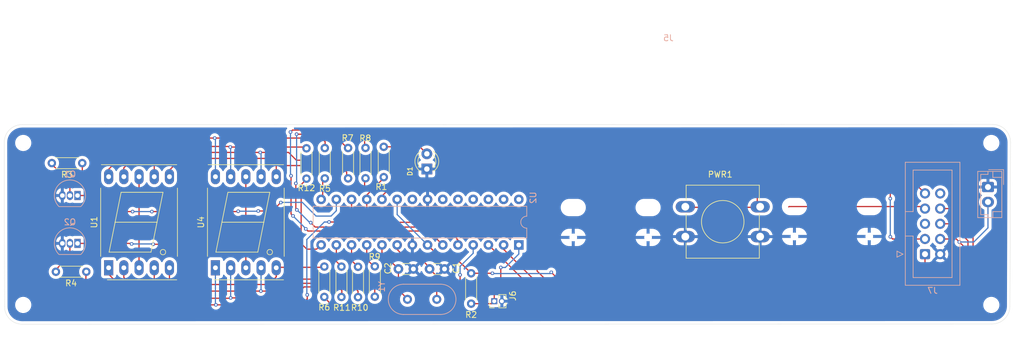
<source format=kicad_pcb>
(kicad_pcb (version 20240108) (generator "pcbnew") (generator_version "8.0")
  (layers (0 "F.Cu" signal) (31 "B.Cu" signal) (34 "B.Paste" user) (35 "F.Paste" user) (36 "B.SilkS" user "B.Silkscreen") (37 "F.SilkS" user "F.Silkscreen") (38 "B.Mask" user) (39 "F.Mask" user) (44 "Edge.Cuts" user))
  (net 0 "")
  (net 1 "BT-Pwr")
  (net 2 "GND")
  (net 3 "BT-1")
  (net 4 "BT-2")
  (net 5 "S. LED")
  (net 6 "5V")
  (net 7 "TX")
  (net 8 "CC1")
  (net 9 "CC2")
  (net 10 "DPX")
  (net 11 "RX")
  (net 12 "A")
  (net 13 "D7")
  (net 14 "B")
  (net 15 "C")
  (net 16 "D")
  (net 17 "E")
  (net 18 "F")
  (net 19 "G")
  (net 20 "D13")
  (footprint "LED_THT:LED_D3.0mm" (layer "F.Cu") (at 145.48 84.325 90)
    (property "Reference" "D1" (at -0.375 -2.81 90) (layer "F.SilkS") (effects (font (size 0.8 0.8))))
    (property "Value" "LED")
    (pad "1" thru_hole rect (at 0 0 90) (size 1.8 1.8) (drill 0.9) (layers "*.Cu" "*.Mask") (net 2 "GND"))
    (pad "2" thru_hole circle (at 2.54 0 90) (size 1.8 1.8) (drill 0.9) (layers "*.Cu" "*.Mask"))
  )
  (footprint "Resistor_THT:R_Axial_DIN0204_L3.6mm_D1.6mm_P5.08mm_Horizontal" (layer "F.Cu") (at 136.79 100.61 -90)
    (property "Reference" "R9" (at -1.61 0.04 180) (layer "F.SilkS"))
    (property "Value" "R")
    (pad "1" thru_hole circle (at 0 0 270) (size 1.4 1.4) (drill 0.7) (layers "*.Cu" "*.Mask"))
    (pad "2" thru_hole oval (at 5.08 0 270) (size 1.4 1.4) (drill 0.7) (layers "*.Cu" "*.Mask") (net 15 "C"))
  )
  (footprint "MountingHole:MountingHole_2.2mm_M2" (layer "F.Cu") (at 239.78 79.96868)
    (property "Reference" "H3" (hide yes))
    (property "Value" "MountingHole" (hide yes))
    (pad "" np_thru_hole circle (at 0 0) (size 2.2 2.2) (drill 2.2) (layers "*.Cu" "*.Mask"))
  )
  (footprint "Connector_PinHeader_1.27mm:PinHeader_1x02_P1.27mm_Vertical" (layer "F.Cu") (at 156.74 106.44 90)
    (property "Reference" "J6" (at 0.9 3.1 90) (layer "F.SilkS"))
    (property "Value" "Conn_01x02_Socket" (hide yes))
    (pad "1" thru_hole rect (at 0 0 90) (size 1 1) (drill 0.65) (layers "*.Cu" "*.Mask"))
    (pad "2" thru_hole oval (at 0 1.27 90) (size 1 1) (drill 0.65) (layers "*.Cu" "*.Mask") (net 2 "GND"))
  )
  (footprint "Resistor_THT:R_Axial_DIN0204_L3.6mm_D1.6mm_P5.08mm_Horizontal" (layer "F.Cu") (at 131.21 100.66 -90)
    (property "Reference" "R11" (at 6.86 -0.08 0) (layer "F.SilkS"))
    (property "Value" "R")
    (pad "1" thru_hole circle (at 0 0 270) (size 1.4 1.4) (drill 0.7) (layers "*.Cu" "*.Mask"))
    (pad "2" thru_hole oval (at 5.08 0 270) (size 1.4 1.4) (drill 0.7) (layers "*.Cu" "*.Mask") (net 17 "E"))
  )
  (footprint "Resistor_THT:R_Axial_DIN0204_L3.6mm_D1.6mm_P5.08mm_Horizontal" (layer "F.Cu") (at 125.37 85.94 90)
    (property "Reference" "R12" (at -1.56 0 0) (layer "F.SilkS"))
    (property "Value" "R")
    (pad "1" thru_hole circle (at 0 0 90) (size 1.4 1.4) (drill 0.7) (layers "*.Cu" "*.Mask"))
    (pad "2" thru_hole oval (at 5.08 0 90) (size 1.4 1.4) (drill 0.7) (layers "*.Cu" "*.Mask") (net 18 "F"))
  )
  (footprint "Resistor_THT:R_Axial_DIN0204_L3.6mm_D1.6mm_P5.08mm_Horizontal" (layer "F.Cu") (at 88.59 101.51 180)
    (property "Reference" "R4" (at 2.54 -1.92 0) (layer "F.SilkS"))
    (property "Value" "R")
    (pad "1" thru_hole circle (at 0 0 180) (size 1.4 1.4) (drill 0.7) (layers "*.Cu" "*.Mask"))
    (pad "2" thru_hole oval (at 5.08 0 180) (size 1.4 1.4) (drill 0.7) (layers "*.Cu" "*.Mask") (net 9 "CC2"))
  )
  (footprint "Display_7Segment:7SegmentLED_LTS6760_LTS6780" (layer "F.Cu") (at 92.32 100.85 90)
    (property "Reference" "U1" (at 7.62 -2.42 90) (layer "F.SilkS"))
    (property "Value" "SM420561N")
    (pad "1" thru_hole rect (at 0 0) (size 1.524 2.524) (drill 0.8) (layers "*.Cu" "*.Mask") (net 17 "E"))
    (pad "2" thru_hole oval (at 0 2.54) (size 1.524 2.524) (drill 0.8) (layers "*.Cu" "*.Mask") (net 16 "D"))
    (pad "3" thru_hole oval (at 0 5.08) (size 1.524 2.524) (drill 0.8) (layers "*.Cu" "*.Mask"))
    (pad "4" thru_hole oval (at 0 7.62) (size 1.524 2.524) (drill 0.8) (layers "*.Cu" "*.Mask") (net 15 "C"))
    (pad "5" thru_hole oval (at 0 10.16) (size 1.524 2.524) (drill 0.8) (layers "*.Cu" "*.Mask") (net 10 "DPX"))
    (pad "6" thru_hole oval (at 15.24 10.16) (size 1.524 2.524) (drill 0.8) (layers "*.Cu" "*.Mask") (net 14 "B"))
    (pad "7" thru_hole oval (at 15.24 7.62) (size 1.524 2.524) (drill 0.8) (layers "*.Cu" "*.Mask") (net 12 "A"))
    (pad "8" thru_hole oval (at 15.24 5.08) (size 1.524 2.524) (drill 0.8) (layers "*.Cu" "*.Mask"))
    (pad "9" thru_hole oval (at 15.24 2.54) (size 1.524 2.524) (drill 0.8) (layers "*.Cu" "*.Mask") (net 18 "F"))
    (pad "10" thru_hole oval (at 15.24 0) (size 1.524 2.524) (drill 0.8) (layers "*.Cu" "*.Mask") (net 19 "G"))
  )
  (footprint "Capacitor_THT:C_Disc_D3.0mm_W1.6mm_P2.50mm" (layer "F.Cu") (at 140.73 101.05)
    (property "Reference" "C2" (at -1.75 -0.1 90) (layer "F.SilkS"))
    (property "Value" "C")
    (pad "1" thru_hole circle (at 0 0) (size 1.6 1.6) (drill 0.8) (layers "*.Cu" "*.Mask"))
    (pad "2" thru_hole circle (at 2.5 0) (size 1.6 1.6) (drill 0.8) (layers "*.Cu" "*.Mask") (net 2 "GND"))
  )
  (footprint "Resistor_THT:R_Axial_DIN0204_L3.6mm_D1.6mm_P5.08mm_Horizontal" (layer "F.Cu") (at 128.43 85.9 90)
    (property "Reference" "R5" (at -1.7 0.02 180) (layer "F.SilkS"))
    (property "Value" "R")
    (pad "1" thru_hole circle (at 0 0 90) (size 1.4 1.4) (drill 0.7) (layers "*.Cu" "*.Mask"))
    (pad "2" thru_hole oval (at 5.08 0 90) (size 1.4 1.4) (drill 0.7) (layers "*.Cu" "*.Mask") (net 19 "G"))
  )
  (footprint "Button_Switch_THT:SW_PUSH-12mm" (layer "F.Cu") (at 188.66 90.64)
    (property "Reference" "PWR1" (at 5.83 -5.41 0) (layer "F.SilkS"))
    (property "Value" "SW_Push")
    (pad "1" thru_hole oval (at 0 0) (size 3.2 1.9) (drill 1.3) (layers "*.Cu" "*.Mask") (net 1 "BT-Pwr"))
    (pad "1" thru_hole oval (at 12.5 0) (size 3.2 1.9) (drill 1.3) (layers "*.Cu" "*.Mask") (net 1 "BT-Pwr"))
    (pad "2" thru_hole oval (at 0 5) (size 3.2 1.9) (drill 1.3) (layers "*.Cu" "*.Mask") (net 2 "GND"))
    (pad "2" thru_hole oval (at 12.5 5) (size 3.2 1.9) (drill 1.3) (layers "*.Cu" "*.Mask") (net 2 "GND"))
  )
  (footprint "MountingHole:MountingHole_2.2mm_M2" (layer "F.Cu") (at 78.05132 79.96868)
    (property "Reference" "H1" (hide yes))
    (property "Value" "MountingHole" (hide yes))
    (pad "" np_thru_hole circle (at 0 0) (size 2.2 2.2) (drill 2.2) (layers "*.Cu" "*.Mask"))
  )
  (footprint "Resistor_THT:R_Axial_DIN0204_L3.6mm_D1.6mm_P5.08mm_Horizontal" (layer "F.Cu") (at 128.35 105.73 90)
    (property "Reference" "R6" (at -1.74 -0.01 180) (layer "F.SilkS"))
    (property "Value" "R")
    (pad "1" thru_hole circle (at 0 0 90) (size 1.4 1.4) (drill 0.7) (layers "*.Cu" "*.Mask"))
    (pad "2" thru_hole oval (at 5.08 0 90) (size 1.4 1.4) (drill 0.7) (layers "*.Cu" "*.Mask") (net 10 "DPX"))
  )
  (footprint "Capacitor_THT:C_Disc_D3.0mm_W1.6mm_P2.50mm" (layer "F.Cu") (at 145.93 101.05)
    (property "Reference" "C1" (at 4.45 -0.2 -90) (layer "F.SilkS"))
    (property "Value" "C")
    (pad "1" thru_hole circle (at 0 0) (size 1.6 1.6) (drill 0.8) (layers "*.Cu" "*.Mask"))
    (pad "2" thru_hole circle (at 2.5 0) (size 1.6 1.6) (drill 0.8) (layers "*.Cu" "*.Mask") (net 2 "GND"))
  )
  (footprint "Resistor_THT:R_Axial_DIN0204_L3.6mm_D1.6mm_P5.08mm_Horizontal" (layer "F.Cu") (at 152.88 101.77 -90)
    (property "Reference" "R2" (at 6.94 0 180) (layer "F.SilkS"))
    (property "Value" "10k")
    (pad "1" thru_hole circle (at 0 0 270) (size 1.4 1.4) (drill 0.7) (layers "*.Cu" "*.Mask") (net 6 "5V"))
    (pad "2" thru_hole oval (at 5.08 0 270) (size 1.4 1.4) (drill 0.7) (layers "*.Cu" "*.Mask"))
  )
  (footprint "MountingHole:MountingHole_2.2mm_M2" (layer "F.Cu") (at 239.78 107.06868)
    (property "Reference" "H4" (hide yes))
    (property "Value" "MountingHole" (hide yes))
    (pad "" np_thru_hole circle (at 0 0) (size 2.2 2.2) (drill 2.2) (layers "*.Cu" "*.Mask"))
  )
  (footprint "Resistor_THT:R_Axial_DIN0204_L3.6mm_D1.6mm_P5.08mm_Horizontal" (layer "F.Cu") (at 135.23 80.79 -90)
    (property "Reference" "R8" (at -1.61 0.04 180) (layer "F.SilkS"))
    (property "Value" "R")
    (pad "1" thru_hole circle (at 0 0 270) (size 1.4 1.4) (drill 0.7) (layers "*.Cu" "*.Mask"))
    (pad "2" thru_hole oval (at 5.08 0 270) (size 1.4 1.4) (drill 0.7) (layers "*.Cu" "*.Mask") (net 14 "B"))
  )
  (footprint "Display_7Segment:7SegmentLED_LTS6760_LTS6780" (layer "F.Cu") (at 110.16 100.85 90)
    (property "Reference" "U4" (at 7.62 -2.42 90) (layer "F.SilkS"))
    (property "Value" "SM420561N")
    (pad "1" thru_hole rect (at 0 0) (size 1.524 2.524) (drill 0.8) (layers "*.Cu" "*.Mask") (net 17 "E"))
    (pad "2" thru_hole oval (at 0 2.54) (size 1.524 2.524) (drill 0.8) (layers "*.Cu" "*.Mask") (net 16 "D"))
    (pad "3" thru_hole oval (at 0 5.08) (size 1.524 2.524) (drill 0.8) (layers "*.Cu" "*.Mask"))
    (pad "4" thru_hole oval (at 0 7.62) (size 1.524 2.524) (drill 0.8) (layers "*.Cu" "*.Mask") (net 15 "C"))
    (pad "5" thru_hole oval (at 0 10.16) (size 1.524 2.524) (drill 0.8) (layers "*.Cu" "*.Mask") (net 10 "DPX"))
    (pad "6" thru_hole oval (at 15.24 10.16) (size 1.524 2.524) (drill 0.8) (layers "*.Cu" "*.Mask") (net 14 "B"))
    (pad "7" thru_hole oval (at 15.24 7.62) (size 1.524 2.524) (drill 0.8) (layers "*.Cu" "*.Mask") (net 12 "A"))
    (pad "8" thru_hole oval (at 15.24 5.08) (size 1.524 2.524) (drill 0.8) (layers "*.Cu" "*.Mask"))
    (pad "9" thru_hole oval (at 15.24 2.54) (size 1.524 2.524) (drill 0.8) (layers "*.Cu" "*.Mask") (net 18 "F"))
    (pad "10" thru_hole oval (at 15.24 0) (size 1.524 2.524) (drill 0.8) (layers "*.Cu" "*.Mask") (net 19 "G"))
  )
  (footprint "Resistor_THT:R_Axial_DIN0204_L3.6mm_D1.6mm_P5.08mm_Horizontal" (layer "F.Cu") (at 132.32 80.81 -90)
    (property "Reference" "R7" (at -1.68 0.08 180) (layer "F.SilkS"))
    (property "Value" "R")
    (pad "1" thru_hole circle (at 0 0 270) (size 1.4 1.4) (drill 0.7) (layers "*.Cu" "*.Mask"))
    (pad "2" thru_hole oval (at 5.08 0 270) (size 1.4 1.4) (drill 0.7) (layers "*.Cu" "*.Mask") (net 12 "A"))
  )
  (footprint "Resistor_THT:R_Axial_DIN0204_L3.6mm_D1.6mm_P5.08mm_Horizontal" (layer "F.Cu") (at 87.91 83.34 180)
    (property "Reference" "R3" (at 2.54 -1.92 0) (layer "F.SilkS"))
    (property "Value" "R")
    (pad "1" thru_hole circle (at 0 0 180) (size 1.4 1.4) (drill 0.7) (layers "*.Cu" "*.Mask"))
    (pad "2" thru_hole oval (at 5.08 0 180) (size 1.4 1.4) (drill 0.7) (layers "*.Cu" "*.Mask") (net 8 "CC1"))
  )
  (footprint "Resistor_THT:R_Axial_DIN0204_L3.6mm_D1.6mm_P5.08mm_Horizontal" (layer "F.Cu") (at 138.28 80.61 -90)
    (property "Reference" "R1" (at 6.7 0.4 0) (layer "F.SilkS"))
    (property "Value" "R")
    (pad "1" thru_hole circle (at 0 0 270) (size 1.4 1.4) (drill 0.7) (layers "*.Cu" "*.Mask"))
    (pad "2" thru_hole oval (at 5.08 0 270) (size 1.4 1.4) (drill 0.7) (layers "*.Cu" "*.Mask") (net 5 "S. LED"))
  )
  (footprint "MountingHole:MountingHole_2.2mm_M2" (layer "F.Cu") (at 78.05132 107.06868)
    (property "Reference" "H2" (hide yes))
    (property "Value" "MountingHole" (hide yes))
    (pad "" np_thru_hole circle (at 0 0) (size 2.2 2.2) (drill 2.2) (layers "*.Cu" "*.Mask"))
  )
  (footprint "Resistor_THT:R_Axial_DIN0204_L3.6mm_D1.6mm_P5.08mm_Horizontal" (layer "F.Cu") (at 133.98 100.68 -90)
    (property "Reference" "R10" (at 6.84 -0.28 180) (layer "F.SilkS"))
    (property "Value" "R")
    (pad "1" thru_hole circle (at 0 0 270) (size 1.4 1.4) (drill 0.7) (layers "*.Cu" "*.Mask"))
    (pad "2" thru_hole oval (at 5.08 0 270) (size 1.4 1.4) (drill 0.7) (layers "*.Cu" "*.Mask") (net 16 "D"))
  )
  (footprint "Connector_IDC:IDC-Header_2x05_P2.54mm_Vertical" (layer "B.Cu") (at 228.7 98.57)
    (property "Reference" "J7" (at 1.27 6.1 0) (layer "B.SilkS") (effects (justify mirror)))
    (property "Value" "Conn_02x05_Odd_Even")
    (pad "1" thru_hole roundrect (at 0 0) (size 1.7 1.7) (drill 1) (layers "*.Cu" "*.Mask") (roundrect_rratio 0.147059) (net 6 "5V"))
    (pad "2" thru_hole circle (at 2.54 0) (size 1.7 1.7) (drill 1) (layers "*.Cu" "*.Mask") (net 2 "GND"))
    (pad "3" thru_hole circle (at 0 -2.54) (size 1.7 1.7) (drill 1) (layers "*.Cu" "*.Mask") (net 1 "BT-Pwr"))
    (pad "4" thru_hole circle (at 2.54 -2.54) (size 1.7 1.7) (drill 1) (layers "*.Cu" "*.Mask") (net 5 "S. LED"))
    (pad "5" thru_hole circle (at 0 -5.08) (size 1.7 1.7) (drill 1) (layers "*.Cu" "*.Mask") (net 3 "BT-1"))
    (pad "6" thru_hole circle (at 2.54 -5.08) (size 1.7 1.7) (drill 1) (layers "*.Cu" "*.Mask") (net 11 "RX"))
    (pad "7" thru_hole circle (at 0 -7.62) (size 1.7 1.7) (drill 1) (layers "*.Cu" "*.Mask") (net 4 "BT-2"))
    (pad "8" thru_hole circle (at 2.54 -7.62) (size 1.7 1.7) (drill 1) (layers "*.Cu" "*.Mask") (net 7 "TX"))
    (pad "9" thru_hole circle (at 0 -10.16) (size 1.7 1.7) (drill 1) (layers "*.Cu" "*.Mask") (net 20 "D13"))
    (pad "10" thru_hole circle (at 2.54 -10.16) (size 1.7 1.7) (drill 1) (layers "*.Cu" "*.Mask") (net 13 "D7"))
  )
  (footprint "Package_DIP:DIP-28_W7.62mm" (layer "B.Cu") (at 160.84 97.03 90)
    (property "Reference" "U2" (at 7.9 2.4 90) (layer "B.SilkS") (effects (justify mirror)))
    (property "Value" "ATmega328P-P")
    (pad "1" thru_hole rect (at 0 0 90) (size 1.6 1.6) (drill 0.8) (layers "*.Cu" "*.Mask"))
    (pad "2" thru_hole oval (at 0 -2.54 90) (size 1.6 1.6) (drill 0.8) (layers "*.Cu" "*.Mask") (net 11 "RX"))
    (pad "3" thru_hole oval (at 0 -5.08 90) (size 1.6 1.6) (drill 0.8) (layers "*.Cu" "*.Mask") (net 7 "TX"))
    (pad "4" thru_hole oval (at 0 -7.62 90) (size 1.6 1.6) (drill 0.8) (layers "*.Cu" "*.Mask"))
    (pad "5" thru_hole oval (at 0 -10.16 90) (size 1.6 1.6) (drill 0.8) (layers "*.Cu" "*.Mask"))
    (pad "6" thru_hole oval (at 0 -12.7 90) (size 1.6 1.6) (drill 0.8) (layers "*.Cu" "*.Mask"))
    (pad "7" thru_hole oval (at 0 -15.24 90) (size 1.6 1.6) (drill 0.8) (layers "*.Cu" "*.Mask") (net 6 "5V"))
    (pad "8" thru_hole oval (at 0 -17.78 90) (size 1.6 1.6) (drill 0.8) (layers "*.Cu" "*.Mask") (net 2 "GND"))
    (pad "9" thru_hole oval (at 0 -20.32 90) (size 1.6 1.6) (drill 0.8) (layers "*.Cu" "*.Mask"))
    (pad "10" thru_hole oval (at 0 -22.86 90) (size 1.6 1.6) (drill 0.8) (layers "*.Cu" "*.Mask"))
    (pad "11" thru_hole oval (at 0 -25.4 90) (size 1.6 1.6) (drill 0.8) (layers "*.Cu" "*.Mask"))
    (pad "12" thru_hole oval (at 0 -27.94 90) (size 1.6 1.6) (drill 0.8) (layers "*.Cu" "*.Mask"))
    (pad "13" thru_hole oval (at 0 -30.48 90) (size 1.6 1.6) (drill 0.8) (layers "*.Cu" "*.Mask"))
    (pad "14" thru_hole oval (at 0 -33.02 90) (size 1.6 1.6) (drill 0.8) (layers "*.Cu" "*.Mask"))
    (pad "15" thru_hole oval (at 7.62 -33.02 90) (size 1.6 1.6) (drill 0.8) (layers "*.Cu" "*.Mask"))
    (pad "16" thru_hole oval (at 7.62 -30.48 90) (size 1.6 1.6) (drill 0.8) (layers "*.Cu" "*.Mask"))
    (pad "17" thru_hole oval (at 7.62 -27.94 90) (size 1.6 1.6) (drill 0.8) (layers "*.Cu" "*.Mask"))
    (pad "18" thru_hole oval (at 7.62 -25.4 90) (size 1.6 1.6) (drill 0.8) (layers "*.Cu" "*.Mask") (net 5 "S. LED"))
    (pad "19" thru_hole oval (at 7.62 -22.86 90) (size 1.6 1.6) (drill 0.8) (layers "*.Cu" "*.Mask") (net 20 "D13"))
    (pad "20" thru_hole oval (at 7.62 -20.32 90) (size 1.6 1.6) (drill 0.8) (layers "*.Cu" "*.Mask") (net 6 "5V"))
    (pad "21" thru_hole oval (at 7.62 -17.78 90) (size 1.6 1.6) (drill 0.8) (layers "*.Cu" "*.Mask"))
    (pad "22" thru_hole oval (at 7.62 -15.24 90) (size 1.6 1.6) (drill 0.8) (layers "*.Cu" "*.Mask") (net 2 "GND"))
    (pad "23" thru_hole oval (at 7.62 -12.7 90) (size 1.6 1.6) (drill 0.8) (layers "*.Cu" "*.Mask"))
    (pad "24" thru_hole oval (at 7.62 -10.16 90) (size 1.6 1.6) (drill 0.8) (layers "*.Cu" "*.Mask"))
    (pad "25" thru_hole oval (at 7.62 -7.62 90) (size 1.6 1.6) (drill 0.8) (layers "*.Cu" "*.Mask"))
    (pad "26" thru_hole oval (at 7.62 -5.08 90) (size 1.6 1.6) (drill 0.8) (layers "*.Cu" "*.Mask"))
    (pad "27" thru_hole oval (at 7.62 -2.54 90) (size 1.6 1.6) (drill 0.8) (layers "*.Cu" "*.Mask"))
    (pad "28" thru_hole oval (at 7.62 0 90) (size 1.6 1.6) (drill 0.8) (layers "*.Cu" "*.Mask"))
  )
  (footprint "Package_TO_SOT_THT:TO-92_Inline" (layer "B.Cu") (at 87.12 88.76 180)
    (property "Reference" "Q1" (at 1.27 3.56 0) (layer "B.SilkS") (effects (justify mirror)))
    (property "Value" "BC547")
    (pad "1" thru_hole rect (at 0 0 180) (size 1.05 1.5) (drill 0.75) (layers "*.Cu" "*.Mask"))
    (pad "2" thru_hole oval (at 1.27 0 180) (size 1.05 1.5) (drill 0.75) (layers "*.Cu" "*.Mask") (net 8 "CC1"))
    (pad "3" thru_hole oval (at 2.54 0 180) (size 1.05 1.5) (drill 0.75) (layers "*.Cu" "*.Mask") (net 2 "GND"))
  )
  (footprint "Connector_JST:JST_EH_B2B-EH-A_1x02_P2.50mm_Vertical" (layer "B.Cu") (at 239.22 87.34 -90)
    (property "Reference" "J5" (at -24.93 53.385 0) (layer "B.SilkS") (effects (justify mirror)))
    (property "Value" "Led")
    (pad "1" thru_hole roundrect (at 0 0 270) (size 1.7 2) (drill 1) (layers "*.Cu" "*.Mask") (roundrect_rratio 0.147059) (net 2 "GND"))
    (pad "2" thru_hole oval (at 2.5 0 270) (size 1.7 2) (drill 1) (layers "*.Cu" "*.Mask") (net 5 "S. LED"))
  )
  (footprint "Package_TO_SOT_THT:TO-92_Inline" (layer "B.Cu") (at 87.12 96.77 180)
    (property "Reference" "Q2" (at 1.27 3.56 0) (layer "B.SilkS") (effects (justify mirror)))
    (property "Value" "BC547")
    (pad "1" thru_hole rect (at 0 0 180) (size 1.05 1.5) (drill 0.75) (layers "*.Cu" "*.Mask"))
    (pad "2" thru_hole oval (at 1.27 0 180) (size 1.05 1.5) (drill 0.75) (layers "*.Cu" "*.Mask") (net 9 "CC2"))
    (pad "3" thru_hole oval (at 2.54 0 180) (size 1.05 1.5) (drill 0.75) (layers "*.Cu" "*.Mask") (net 2 "GND"))
  )
  (footprint "Crystal:Crystal_HC18-U_Vertical" (layer "B.Cu") (at 142.24 106.13)
    (property "Reference" "Y1" (at -4.29 -2.11 90) (layer "B.SilkS") (effects (justify mirror)))
    (property "Value" "Crystal")
    (pad "1" thru_hole circle (at 0 0) (size 1.5 1.5) (drill 0.8) (layers "*.Cu" "*.Mask"))
    (pad "2" thru_hole circle (at 4.9 0) (size 1.5 1.5) (drill 0.8) (layers "*.Cu" "*.Mask"))
  )
  (gr_line (start 77.87264 110.29) (end 239.88867 110.258696) (stroke (width 0.05)) (layer "Edge.Cuts"))
  (gr_arc (start 239.98867 76.858109) (mid 242.110007 77.736779) (end 242.98867 79.858109) (stroke (width 0.05)) (layer "Edge.Cuts"))
  (gr_line (start 77.87264 76.89) (end 239.98867 76.858109) (stroke (width 0.05)) (layer "Edge.Cuts"))
  (gr_arc (start 77.87264 110.29) (mid 75.791868 109.428132) (end 74.93 107.34736) (stroke (width 0.05)) (layer "Edge.Cuts"))
  (gr_arc (start 242.888669 107.315469) (mid 241.990001 109.400019) (end 239.88867 110.258696) (stroke (width 0.05)) (layer "Edge.Cuts"))
  (gr_line (start 242.98867 79.858109) (end 242.88867 107.315469) (stroke (width 0.05)) (layer "Edge.Cuts"))
  (gr_arc (start 74.87264 79.89) (mid 75.751322 77.768694) (end 77.87264 76.89) (stroke (width 0.05)) (layer "Edge.Cuts"))
  (gr_line (start 74.87264 79.89) (end 74.93 107.34736) (stroke (width 0.05)) (layer "Edge.Cuts"))
  (segment (start 99.76 96.91) (end 114.03 96.91) (width 0.2) (layer "F.Cu") (net 0))
  (segment (start 125.42 97.73) (end 127.06 97.73) (width 0.2) (layer "F.Cu") (net 0))
  (segment (start 113.9 91.45) (end 113.96 91.39) (width 0.2) (layer "F.Cu") (net 0))
  (segment (start 147.13 106.05) (end 147.13 102.25) (width 0.2) (layer "F.Cu") (net 0))
  (segment (start 156.28 106.85) (end 156.78 106.35) (width 0.2) (layer "F.Cu") (net 0))
  (segment (start 87.12 88.76) (end 89 88.76) (width 0.2) (layer "F.Cu") (net 0))
  (segment (start 133.74 77.81) (end 123.03 77.81) (width 0.2) (layer "F.Cu") (net 0))
  (segment (start 148.66 94.04) (end 150.48 95.86) (width 0.2) (layer "F.Cu") (net 0))
  (segment (start 150.68 96.22) (end 150.68 97.03) (width 0.2) (layer "F.Cu") (net 0))
  (segment (start 87.12 96.77) (end 96.07 96.77) (width 0.2) (layer "F.Cu") (net 0))
  (segment (start 121.08 89.93) (end 119.66 91.35) (width 0.2) (layer "F.Cu") (net 0))
  (segment (start 123.12 92.17) (end 123.15 92.2) (width 0.2) (layer "F.Cu") (net 0))
  (segment (start 135.44 99.43) (end 136.78 100.77) (width 0.2) (layer "F.Cu") (net 0))
  (segment (start 151.03 108.64) (end 151.03 102.04) (width 0.2) (layer "F.Cu") (net 0))
  (segment (start 132.9 91.09) (end 132.9 89.41) (width 0.2) (layer "F.Cu") (net 0))
  (segment (start 92.92 108.22) (end 88.52 103.82) (width 0.2) (layer "F.Cu") (net 0))
  (segment (start 157.83 103.71) (end 156.74 104.8) (width 0.2) (layer "F.Cu") (net 0))
  (segment (start 97.4 100.85) (end 97.395 100.845) (width 0.2) (layer "F.Cu") (net 0))
  (segment (start 97.4 94.255) (end 97.4 85.61) (width 0.2) (layer "F.Cu") (net 0))
  (segment (start 140.73 104.55) (end 142.23 106.05) (width 0.2) (layer "F.Cu") (net 0))
  (segment (start 130.36 99.79) (end 131.28 100.71) (width 0.2) (layer "F.Cu") (net 0))
  (segment (start 126.08 93.3) (end 126.82 94.04) (width 0.2) (layer "F.Cu") (net 0))
  (segment (start 147.13 102.25) (end 145.93 101.05) (width 0.2) (layer "F.Cu") (net 0))
  (segment (start 135.08 79.15) (end 133.74 77.81) (width 0.2) (layer "F.Cu") (net 0))
  (segment (start 87.92 86.19) (end 93.18 91.45) (width 0.2) (layer "F.Cu") (net 0))
  (segment (start 123.72 78.5) (end 123.68 78.5) (width 0.2) (layer "F.Cu") (net 0))
  (segment (start 115.24 85.61) (end 115.24 98.67) (width 0.2) (layer "F.Cu") (net 0))
  (segment (start 135.44 96.97) (end 135.44 99.43) (width 0.2) (layer "F.Cu") (net 0))
  (segment (start 123.59 90.99) (end 123.59 86.73) (width 0.2) (layer "F.Cu") (net 0))
  (segment (start 87.92 83.55) (end 87.92 86.19) (width 0.2) (layer "F.Cu") (net 0))
  (segment (start 150.48 96.02) (end 150.68 96.22) (width 0.2) (layer "F.Cu") (net 0))
  (segment (start 140.52 97.03) (end 140.52 97.79) (width 0.2) (layer "F.Cu") (net 0))
  (segment (start 125.61 94.7) (end 145.81 94.7) (width 0.2) (layer "F.Cu") (net 0))
  (segment (start 128.08 86.23) (end 128.08 89.09) (width 0.2) (layer "F.Cu") (net 0))
  (segment (start 122.79 85.46) (end 122.79 91.84) (width 0.2) (layer "F.Cu") (net 0))
  (segment (start 150.44 109.23) (end 151.03 108.64) (width 0.2) (layer "F.Cu") (net 0))
  (segment (start 141.98 99.25) (end 144.38 99.25) (width 0.2) (layer "F.Cu") (net 0))
  (segment (start 129.14 93.19) (end 130.8 93.19) (width 0.2) (layer "F.Cu") (net 0))
  (segment (start 151.03 102.04) (end 151.08 101.99) (width 0.2) (layer "F.Cu") (net 0))
  (segment (start 135.08 80.67) (end 135.08 79.15) (width 0.2) (layer "F.Cu") (net 0))
  (segment (start 125.5 105.38) (end 125.5 106.06) (width 0.2) (layer "F.Cu") (net 0))
  (segment (start 131.76 109.23) (end 128.28 105.75) (width 0.2) (layer "F.Cu") (net 0))
  (segment (start 128.08 89.09) (end 127.82 89.35) (width 0.2) (layer "F.Cu") (net 0))
  (segment (start 145.81 94.7) (end 148.14 97.03) (width 0.2) (layer "F.Cu") (net 0))
  (segment (start 145.93 100.8) (end 145.93 101.05) (width 0.2) (layer "F.Cu") (net 0))
  (segment (start 88.52 103.82) (end 88.52 101.33) (width 0.2) (layer "F.Cu") (net 0))
  (segment (start 132.9 96.97) (end 132.9 99.63) (width 0.2) (layer "F.Cu") (net 0))
  (segment (start 144.305 80.61) (end 145.48 81.785) (width 0.2) (layer "F.Cu") (net 0))
  (segment (start 97.395 100.845) (end 97.395 94.26) (width 0.2) (layer "F.Cu") (net 0))
  (segment (start 99.54 91.45) (end 113.9 91.45) (width 0.2) (layer "F.Cu") (net 0))
  (segment (start 137.98 97.03) (end 137.98 98.3) (width 0.2) (layer "F.Cu") (net 0))
  (segment (start 144.38 99.25) (end 145.93 100.8) (width 0.2) (layer "F.Cu") (net 0))
  (segment (start 132.08 80.71) (end 129.87 78.5) (width 0.2) (layer "F.Cu") (net 0))
  (segment (start 119.66 91.35) (end 117.31 91.35) (width 0.2) (layer "F.Cu") (net 0))
  (segment (start 152.88 106.85) (end 156.28 106.85) (width 0.2) (layer "F.Cu") (net 0))
  (segment (start 138.28 80.61) (end 144.305 80.61) (width 0.2) (layer "F.Cu") (net 0))
  (segment (start 123.03 77.81) (end 122.7 78.14) (width 0.2) (layer "F.Cu") (net 0))
  (segment (start 124.48 96.79) (end 125.42 97.73) (width 0.2) (layer "F.Cu") (net 0))
  (segment (start 125.5 106.06) (end 123.34 108.22) (width 0.2) (layer "F.Cu") (net 0))
  (segment (start 127.06 97.73) (end 127.82 96.97) (width 0.2) (layer "F.Cu") (net 0))
  (segment (start 97.275 94.38) (end 97.4 94.255) (width 0.2) (layer "F.Cu") (net 0))
  (segment (start 122.79 91.84) (end 123.12 92.17) (width 0.2) (layer "F.Cu") (net 0))
  (segment (start 140.73 101.05) (end 140.73 104.55) (width 0.2) (layer "F.Cu") (net 0))
  (segment (start 129.87 78.5) (end 123.72 78.5) (width 0.2) (layer "F.Cu") (net 0))
  (segment (start 128.48 85.83) (end 128.08 86.23) (width 0.2) (layer "F.Cu") (net 0))
  (segment (start 93.18 91.45) (end 96.32 91.45) (width 0.2) (layer "F.Cu") (net 0))
  (segment (start 97.395 94.26) (end 97.4 94.255) (width 0.2) (layer "F.Cu") (net 0))
  (segment (start 124.48 86.93) (end 124.48 96.79) (width 0.2) (layer "F.Cu") (net 0))
  (segment (start 126.82 94.04) (end 148.66 94.04) (width 0.2) (layer "F.Cu") (net 0))
  (segment (start 114.03 96.91) (end 115.24 98.12) (width 0.2) (layer "F.Cu") (net 0))
  (segment (start 123.76 91.16) (end 123.59 90.99) (width 0.2) (layer "F.Cu") (net 0))
  (segment (start 132.9 99.63) (end 133.98 100.71) (width 0.2) (layer "F.Cu") (net 0))
  (segment (start 115.24 98.67) (end 115.24 100.85) (width 0.2) (layer "F.Cu") (net 0))
  (segment (start 125.25 94.34) (end 125.61 94.7) (width 0.2) (layer "F.Cu") (net 0))
  (segment (start 123.34 108.22) (end 92.92 108.22) (width 0.2) (layer "F.Cu") (net 0))
  (segment (start 125.58 85.83) (end 124.48 86.93) (width 0.2) (layer "F.Cu") (net 0))
  (segment (start 96.32 91.45) (end 96.54 91.45) (width 0.2) (layer "F.Cu") (net 0))
  (segment (start 130.36 96.97) (end 130.36 99.79) (width 0.2) (layer "F.Cu") (net 0))
  (segment (start 157.83 100.8) (end 157.83 103.71) (width 0.2) (layer "F.Cu") (net 0))
  (segment (start 150.48 95.86) (end 150.48 96.02) (width 0.2) (layer "F.Cu") (net 0))
  (segment (start 137.98 98.3) (end 140.73 101.05) (width 0.2) (layer "F.Cu") (net 0))
  (segment (start 156.74 104.8) (end 156.74 106.44) (width 0.2) (layer "F.Cu") (net 0))
  (segment (start 150.44 109.23) (end 131.76 109.23) (width 0.2) (layer "F.Cu") (net 0))
  (segment (start 94.62 94.38) (end 97.275 94.38) (width 0.2) (layer "F.Cu") (net 0))
  (segment (start 89 88.76) (end 94.62 94.38) (width 0.2) (layer "F.Cu") (net 0))
  (segment (start 96.07 96.77) (end 96.16 96.86) (width 0.2) (layer "F.Cu") (net 0))
  (segment (start 130.8 93.19) (end 132.9 91.09) (width 0.2) (layer "F.Cu") (net 0))
  (segment (start 140.52 97.79) (end 141.98 99.25) (width 0.2) (layer "F.Cu") (net 0))
  (via (at 117.31 91.35) (size 0.6) (drill 0.3) (layers "F.Cu" "B.Cu") (net 0))
  (via (at 129.14 93.19) (size 0.6) (drill 0.3) (layers "F.Cu" "B.Cu") (net 0))
  (via (at 123.59 86.73) (size 0.6) (drill 0.3) (layers "F.Cu" "B.Cu") (net 0))
  (via (at 157.83 100.8) (size 0.6) (drill 0.3) (layers "F.Cu" "B.Cu") (net 0))
  (via (at 122.79 85.46) (size 0.6) (drill 0.3) (layers "F.Cu" "B.Cu") (net 0))
  (via (at 126.08 93.3) (size 0.6) (drill 0.3) (layers "F.Cu" "B.Cu") (net 0))
  (via (at 99.76 96.91) (size 0.6) (drill 0.3) (layers "F.Cu" "B.Cu") (net 0))
  (via (at 151.03 102.04) (size 0.6) (drill 0.3) (layers "F.Cu" "B.Cu") (net 0))
  (via (at 121.08 89.93) (size 0.6) (drill 0.3) (layers "F.Cu" "B.Cu") (net 0))
  (via (at 123.76 91.16) (size 0.6) (drill 0.3) (layers "F.Cu" "B.Cu") (net 0))
  (via (at 125.25 94.34) (size 0.6) (drill 0.3) (layers "F.Cu" "B.Cu") (net 0))
  (via (at 99.54 91.45) (size 0.6) (drill 0.3) (layers "F.Cu" "B.Cu") (net 0))
  (via (at 125.5 105.38) (size 0.6) (drill 0.3) (layers "F.Cu" "B.Cu") (net 0))
  (via (at 96.32 91.45) (size 0.6) (drill 0.3) (layers "F.Cu" "B.Cu") (net 0))
  (via (at 113.96 91.39) (size 0.6) (drill 0.3) (layers "F.Cu" "B.Cu") (net 0))
  (via (at 96.16 96.86) (size 0.6) (drill 0.3) (layers "F.Cu" "B.Cu") (net 0))
  (via (at 123.12 92.17) (size 0.6) (drill 0.3) (layers "F.Cu" "B.Cu") (net 0))
  (via (at 123.72 78.5) (size 0.6) (drill 0.3) (layers "F.Cu" "B.Cu") (net 0))
  (via (at 122.7 78.14) (size 0.6) (drill 0.3) (layers "F.Cu" "B.Cu") (net 0))
  (segment (start 126.97 92.2) (end 129.47 92.2) (width 0.2) (layer "B.Cu") (net 0))
  (segment (start 122.7 85.37) (end 122.79 85.46) (width 0.2) (layer "B.Cu") (net 0))
  (segment (start 157.83 100.8) (end 158.59 100.8) (width 0.2) (layer "B.Cu") (net 0))
  (segment (start 96.16 96.86) (end 99.71 96.86) (width 0.2) (layer "B.Cu") (net 0))
  (segment (start 129.14 93.19) (end 128.36 93.19) (width 0.2) (layer "B.Cu") (net 0))
  (segment (start 121.08 89.93) (end 121.1 89.91) (width 0.2) (layer "B.Cu") (net 0))
  (segment (start 151.03 102.04) (end 151.03 100.61) (width 0.2) (layer "B.Cu") (net 0))
  (segment (start 125.93 93.3) (end 123.79 91.16) (width 0.2) (layer "B.Cu") (net 0))
  (segment (start 99.71 96.86) (end 99.76 96.91) (width 0.2) (layer "B.Cu") (net 0))
  (segment (start 151.03 100.61) (end 153.22 98.42) (width 0.2) (layer "B.Cu") (net 0))
  (segment (start 117.27 91.39) (end 117.31 91.35) (width 0.2) (layer "B.Cu") (net 0))
  (segment (start 129.47 92.2) (end 130.36 91.31) (width 0.2) (layer "B.Cu") (net 0))
  (segment (start 158.59 100.8) (end 160.84 98.55) (width 0.2) (layer "B.Cu") (net 0))
  (segment (start 160.84 98.55) (end 160.84 97.03) (width 0.2) (layer "B.Cu") (net 0))
  (segment (start 96.32 91.45) (end 99.54 91.45) (width 0.2) (layer "B.Cu") (net 0))
  (segment (start 123.79 91.16) (end 123.76 91.16) (width 0.2) (layer "B.Cu") (net 0))
  (segment (start 153.22 98.42) (end 153.22 97.03) (width 0.2) (layer "B.Cu") (net 0))
  (segment (start 126.08 93.3) (end 125.93 93.3) (width 0.2) (layer "B.Cu") (net 0))
  (segment (start 125.43 105.31) (end 125.5 105.38) (width 0.2) (layer "B.Cu") (net 0))
  (segment (start 123.72 86.6) (end 123.59 86.73) (width 0.2) (layer "B.Cu") (net 0))
  (segment (start 130.36 91.31) (end 130.36 89.41) (width 0.2) (layer "B.Cu") (net 0))
  (segment (start 122.7 78.14) (end 122.7 85.37) (width 0.2) (layer "B.Cu") (net 0))
  (segment (start 125.43 96.12) (end 125.43 105.31) (width 0.2) (layer "B.Cu") (net 0))
  (segment (start 128.36 93.19) (end 125.43 96.12) (width 0.2) (layer "B.Cu") (net 0))
  (segment (start 125.25 94.3) (end 123.12 92.17) (width 0.2) (layer "B.Cu") (net 0))
  (segment (start 123.72 78.5) (end 123.72 86.6) (width 0.2) (layer "B.Cu") (net 0))
  (segment (start 121.1 89.91) (end 124.68 89.91) (width 0.2) (layer "B.Cu") (net 0))
  (segment (start 113.96 91.39) (end 117.27 91.39) (width 0.2) (layer "B.Cu") (net 0))
  (segment (start 124.68 89.91) (end 126.97 92.2) (width 0.2) (layer "B.Cu") (net 0))
  (segment (start 125.25 94.34) (end 125.25 94.3) (width 0.2) (layer "B.Cu") (net 0))
  (segment (start 222.91 95.66) (end 223.28 96.03) (width 0.2) (layer "F.Cu") (net 1))
  (segment (start 222.91 95.8) (end 222.91 95.66) (width 0.2) (layer "F.Cu") (net 1))
  (segment (start 223.28 96.03) (end 228.7 96.03) (width 0.2) (layer "F.Cu") (net 1))
  (segment (start 203.75 84.87) (end 220.43 84.87) (width 0.2) (layer "F.Cu") (net 1))
  (segment (start 222.9 87.34) (end 222.9 89.27) (width 0.2) (layer "F.Cu") (net 1))
  (segment (start 220.43 84.87) (end 222.9 87.34) (width 0.2) (layer "F.Cu") (net 1))
  (segment (start 187.19 90.73) (end 200.680217 90.73) (width 0.2) (layer "F.Cu") (net 1))
  (segment (start 200.680217 90.73) (end 200.680217 87.939783) (width 0.2) (layer "F.Cu") (net 1))
  (segment (start 200.680217 87.939783) (end 203.75 84.87) (width 0.2) (layer "F.Cu") (net 1))
  (via (at 222.91 95.66) (size 0.6) (drill 0.3) (layers "F.Cu" "B.Cu") (net 1))
  (via (at 222.9 89.27) (size 0.6) (drill 0.3) (layers "F.Cu" "B.Cu") (net 1))
  (segment (start 222.91 95.66) (end 222.9 95.65) (width 0.2) (layer "B.Cu") (net 1))
  (segment (start 222.9 95.65) (end 222.9 89.27) (width 0.2) (layer "B.Cu") (net 1))
  (segment (start 228.51 93.3) (end 228.7 93.49) (width 0.2) (layer "F.Cu") (net 3))
  (segment (start 228.36 90.61) (end 228.7 90.95) (width 0.2) (layer "F.Cu") (net 4))
  (segment (start 205.93 90.67) (end 205.99 90.61) (width 0.2) (layer "F.Cu") (net 4))
  (segment (start 205.99 90.61) (end 228.36 90.61) (width 0.2) (layer "F.Cu") (net 4))
  (segment (start 138.28 85.84) (end 138.28 85.69) (width 0.2) (layer "F.Cu") (net 5))
  (segment (start 232.64 104.87) (end 167.37 104.87) (width 0.2) (layer "F.Cu") (net 5))
  (segment (start 135.44 91.44) (end 135.44 89.41) (width 0.2) (layer "F.Cu") (net 5))
  (segment (start 135.44 88.68) (end 138.28 85.84) (width 0.2) (layer "F.Cu") (net 5))
  (segment (start 235.12 97.22) (end 235.12 102.39) (width 0.2) (layer "F.Cu") (net 5))
  (segment (start 161.47 93.24) (end 137.24 93.24) (width 0.2) (layer "F.Cu") (net 5))
  (segment (start 234.435 96.535) (end 233.93 96.03) (width 0.2) (layer "F.Cu") (net 5))
  (segment (start 163.9 101.4) (end 163.9 95.67) (width 0.2) (layer "F.Cu") (net 5))
  (segment (start 235.12 102.39) (end 232.64 104.87) (width 0.2) (layer "F.Cu") (net 5))
  (segment (start 233.93 96.03) (end 231.24 96.03) (width 0.2) (layer "F.Cu") (net 5))
  (segment (start 137.24 93.24) (end 135.44 91.44) (width 0.2) (layer "F.Cu") (net 5))
  (segment (start 163.9 95.67) (end 161.47 93.24) (width 0.2) (layer "F.Cu") (net 5))
  (segment (start 135.44 89.41) (end 135.44 88.68) (width 0.2) (layer "F.Cu") (net 5))
  (segment (start 234.435 96.535) (end 235.12 97.22) (width 0.2) (layer "F.Cu") (net 5))
  (segment (start 167.37 104.87) (end 163.9 101.4) (width 0.2) (layer "F.Cu") (net 5))
  (via (at 234.435 96.535) (size 0.6) (drill 0.3) (layers "F.Cu" "B.Cu") (net 5))
  (segment (start 236.855 96.535) (end 239.22 94.17) (width 0.2) (layer "B.Cu") (net 5))
  (segment (start 239.22 94.17) (end 239.22 89.84) (width 0.2) (layer "B.Cu") (net 5))
  (segment (start 234.435 96.535) (end 236.855 96.535) (width 0.2) (layer "B.Cu") (net 5))
  (segment (start 150.31 99.24) (end 151.43 100.36) (width 0.2) (layer "F.Cu") (net 6))
  (segment (start 226.62 103.75) (end 228.7 101.67) (width 0.2) (layer "F.Cu") (net 6))
  (segment (start 151.43 100.36) (end 151.47 100.36) (width 0.2) (layer "F.Cu") (net 6))
  (segment (start 228.7 101.67) (end 228.7 98.57) (width 0.2) (layer "F.Cu") (net 6))
  (segment (start 145.6 97.03) (end 147.81 99.24) (width 0.2) (layer "F.Cu") (net 6))
  (segment (start 168.41 103.75) (end 226.62 103.75) (width 0.2) (layer "F.Cu") (net 6))
  (segment (start 151.47 100.36) (end 152.88 101.77) (width 0.2) (layer "F.Cu") (net 6))
  (segment (start 147.81 99.24) (end 150.31 99.24) (width 0.2) (layer "F.Cu") (net 6))
  (segment (start 166.27 101.61) (end 168.41 103.75) (width 0.2) (layer "F.Cu") (net 6))
  (segment (start 156.43 101.77) (end 152.88 101.77) (width 0.2) (layer "F.Cu") (net 6))
  (via (at 156.43 101.77) (size 0.6) (drill 0.3) (layers "F.Cu" "B.Cu") (net 6))
  (via (at 166.27 101.61) (size 0.6) (drill 0.3) (layers "F.Cu" "B.Cu") (net 6))
  (segment (start 140.52 91.95) (end 145.6 97.03) (width 0.2) (layer "B.Cu") (net 6))
  (segment (start 140.52 89.41) (end 140.52 91.95) (width 0.2) (layer "B.Cu") (net 6))
  (segment (start 166.27 101.61) (end 166.06 101.82) (width 0.2) (layer "B.Cu") (net 6))
  (segment (start 166.06 101.82) (end 156.48 101.82) (width 0.2) (layer "B.Cu") (net 6))
  (segment (start 156.48 101.82) (end 156.43 101.77) (width 0.2) (layer "B.Cu") (net 6))
  (segment (start 155.79 97.03) (end 165.31 106.55) (width 0.2) (layer "F.Cu") (net 7))
  (segment (start 233.78 90.95) (end 231.24 90.95) (width 0.2) (layer "F.Cu") (net 7))
  (segment (start 155.76 97.03) (end 155.79 97.03) (width 0.2) (layer "F.Cu") (net 7))
  (segment (start 233.62 106.55) (end 236.73 103.44) (width 0.2) (layer "F.Cu") (net 7))
  (segment (start 236.73 103.44) (end 236.73 93.9) (width 0.2) (layer "F.Cu") (net 7))
  (segment (start 236.73 93.9) (end 233.78 90.95) (width 0.2) (layer "F.Cu") (net 7))
  (segment (start 165.31 106.55) (end 233.62 106.55) (width 0.2) (layer "F.Cu") (net 7))
  (segment (start 82.84 83.55) (end 85.85 86.56) (width 0.2) (layer "F.Cu") (net 8))
  (segment (start 85.85 86.56) (end 85.85 88.76) (width 0.2) (layer "F.Cu") (net 8))
  (segment (start 85.85 98.81) (end 83.44 101.22) (width 0.2) (layer "F.Cu") (net 9))
  (segment (start 85.85 96.77) (end 85.85 98.81) (width 0.2) (layer "F.Cu") (net 9))
  (segment (start 83.44 101.22) (end 83.44 101.33) (width 0.2) (layer "F.Cu") (net 9))
  (segment (start 103.44 103.65) (end 119.04 103.65) (width 0.2) (layer "F.Cu") (net 10))
  (segment (start 102.48 102.69) (end 103.44 103.65) (width 0.2) (layer "F.Cu") (net 10))
  (segment (start 119.04 103.65) (end 120.34 102.35) (width 0.2) (layer "F.Cu") (net 10))
  (segment (start 120.34 102.35) (end 120.32 102.33) (width 0.2) (layer "F.Cu") (net 10))
  (segment (start 102.48 100.85) (end 102.48 102.69) (width 0.2) (layer "F.Cu") (net 10))
  (segment (start 120.32 102.33) (end 120.32 100.77) (width 0.2) (layer "F.Cu") (net 10))
  (segment (start 128.18 100.77) (end 128.28 100.67) (width 0.2) (layer "F.Cu") (net 10))
  (segment (start 120.32 100.77) (end 128.18 100.77) (width 0.2) (layer "F.Cu") (net 10))
  (segment (start 166.21 105.67) (end 232.97 105.67) (width 0.2) (layer "F.Cu") (net 11))
  (segment (start 235.88 96.33) (end 233.04 93.49) (width 0.2) (layer "F.Cu") (net 11))
  (segment (start 158.3 97.76) (end 166.21 105.67) (width 0.2) (layer "F.Cu") (net 11))
  (segment (start 233.04 93.49) (end 231.24 93.49) (width 0.2) (layer "F.Cu") (net 11))
  (segment (start 232.97 105.67) (end 235.88 102.76) (width 0.2) (layer "F.Cu") (net 11))
  (segment (start 158.3 97.03) (end 158.3 97.76) (width 0.2) (layer "F.Cu") (net 11))
  (segment (start 235.88 102.76) (end 235.88 96.33) (width 0.2) (layer "F.Cu") (net 11))
  (segment (start 132.08 84.85) (end 132.08 85.79) (width 0.2) (layer "F.Cu") (net 12))
  (segment (start 117.64 81.55) (end 122.38 81.55) (width 0.2) (layer "F.Cu") (net 12))
  (segment (start 117.64 81.55) (end 101.84 81.55) (width 0.2) (layer "F.Cu") (net 12))
  (segment (start 122.38 81.55) (end 123.68 82.85) (width 0.2) (layer "F.Cu") (net 12))
  (segment (start 123.68 82.85) (end 130.08 82.85) (width 0.2) (layer "F.Cu") (net 12))
  (segment (start 101.84 81.55) (end 99.94 83.45) (width 0.2) (layer "F.Cu") (net 12))
  (segment (start 130.08 82.85) (end 132.08 84.85) (width 0.2) (layer "F.Cu") (net 12))
  (segment (start 99.94 83.45) (end 99.94 85.61) (width 0.2) (layer "F.Cu") (net 12))
  (segment (start 117.64 81.55) (end 117.34 81.55) (width 0.2) (layer "F.Cu") (net 12))
  (via (at 117.64 81.55) (size 0.6) (drill 0.3) (layers "F.Cu" "B.Cu") (net 12))
  (segment (start 117.64 81.55) (end 117.78 81.69) (width 0.2) (layer "B.Cu") (net 12))
  (segment (start 117.78 81.69) (end 117.78 85.53) (width 0.2) (layer "B.Cu") (net 12))
  (segment (start 102.48 84.51) (end 104.44 82.55) (width 0.2) (layer "F.Cu") (net 14))
  (segment (start 120.32 85.53) (end 120.32 86.49) (width 0.2) (layer "F.Cu") (net 14))
  (segment (start 134.78 87.35) (end 135.08 87.05) (width 0.2) (layer "F.Cu") (net 14))
  (segment (start 120.32 83.67) (end 120.32 85.53) (width 0.2) (layer "F.Cu") (net 14))
  (segment (start 102.48 85.61) (end 102.48 84.51) (width 0.2) (layer "F.Cu") (net 14))
  (segment (start 119.19 82.55) (end 120.31 83.67) (width 0.2) (layer "F.Cu") (net 14))
  (segment (start 135.08 87.05) (end 135.08 85.75) (width 0.2) (layer "F.Cu") (net 14))
  (segment (start 130.78 87.45) (end 134.78 87.45) (width 0.2) (layer "F.Cu") (net 14))
  (segment (start 134.78 87.45) (end 134.78 87.35) (width 0.2) (layer "F.Cu") (net 14))
  (segment (start 120.31 83.67) (end 120.39 83.75) (width 0.2) (layer "F.Cu") (net 14))
  (segment (start 120.39 83.75) (end 129.68 83.75) (width 0.2) (layer "F.Cu") (net 14))
  (segment (start 129.68 83.75) (end 130.28 84.35) (width 0.2) (layer "F.Cu") (net 14))
  (segment (start 130.28 86.95) (end 130.78 87.45) (width 0.2) (layer "F.Cu") (net 14))
  (segment (start 130.28 84.35) (end 130.28 86.95) (width 0.2) (layer "F.Cu") (net 14))
  (segment (start 120.31 83.67) (end 120.32 83.67) (width 0.2) (layer "F.Cu") (net 14))
  (segment (start 104.44 82.55) (end 119.19 82.55) (width 0.2) (layer "F.Cu") (net 14))
  (segment (start 135.28 102.75) (end 136.78 104.25) (width 0.2) (layer "F.Cu") (net 15))
  (segment (start 99.94 103.95) (end 99.94 100.85) (width 0.2) (layer "F.Cu") (net 15))
  (segment (start 117.75 104.75) (end 121.68 104.75) (width 0.2) (layer "F.Cu") (net 15))
  (segment (start 136.78 104.25) (end 136.78 105.85) (width 0.2) (layer "F.Cu") (net 15))
  (segment (start 100.74 104.75) (end 99.94 103.95) (width 0.2) (layer "F.Cu") (net 15))
  (segment (start 121.68 104.75) (end 123.68 102.75) (width 0.2) (layer "F.Cu") (net 15))
  (segment (start 123.68 102.75) (end 135.28 102.75) (width 0.2) (layer "F.Cu") (net 15))
  (segment (start 117.75 104.75) (end 100.74 104.75) (width 0.2) (layer "F.Cu") (net 15))
  (via (at 117.75 104.75) (size 0.6) (drill 0.3) (layers "F.Cu" "B.Cu") (net 15))
  (segment (start 117.75 104.75) (end 117.78 104.72) (width 0.2) (layer "B.Cu") (net 15))
  (segment (start 117.78 104.72) (end 117.78 100.77) (width 0.2) (layer "B.Cu") (net 15))
  (segment (start 121.84 105.89) (end 124.28 103.45) (width 0.2) (layer "F.Cu") (net 16))
  (segment (start 132.68 103.45) (end 133.98 104.75) (width 0.2) (layer "F.Cu") (net 16))
  (segment (start 98.34 105.95) (end 94.86 102.47) (width 0.2) (layer "F.Cu") (net 16))
  (segment (start 124.28 103.45) (end 132.68 103.45) (width 0.2) (layer "F.Cu") (net 16))
  (segment (start 112.7 105.89) (end 121.84 105.89) (width 0.2) (layer "F.Cu") (net 16))
  (segment (start 133.98 104.75) (end 133.98 105.79) (width 0.2) (layer "F.Cu") (net 16))
  (segment (start 112.7 105.89) (end 112.64 105.95) (width 0.2) (layer "F.Cu") (net 16))
  (segment (start 94.86 102.47) (end 94.86 100.85) (width 0.2) (layer "F.Cu") (net 16))
  (segment (start 112.64 105.95) (end 98.34 105.95) (width 0.2) (layer "F.Cu") (net 16))
  (via (at 112.7 105.89) (size 0.6) (drill 0.3) (layers "F.Cu" "B.Cu") (net 16))
  (segment (start 112.7 105.89) (end 112.7 100.77) (width 0.2) (layer "B.Cu") (net 16))
  (segment (start 130.68 104.05) (end 131.28 104.65) (width 0.2) (layer "F.Cu") (net 17))
  (segment (start 124.98 104.05) (end 130.68 104.05) (width 0.2) (layer "F.Cu") (net 17))
  (segment (start 97.44 107.05) (end 110.24 107.05) (width 0.2) (layer "F.Cu") (net 17))
  (segment (start 110.24 107.05) (end 121.98 107.05) (width 0.2) (layer "F.Cu") (net 17))
  (segment (start 121.98 107.05) (end 124.98 104.05) (width 0.2) (layer "F.Cu") (net 17))
  (segment (start 131.28 104.65) (end 131.28 105.79) (width 0.2) (layer "F.Cu") (net 17))
  (segment (start 92.32 101.93) (end 97.34 106.95) (width 0.2) (layer "F.Cu") (net 17))
  (segment (start 92.32 100.85) (end 92.32 101.93) (width 0.2) (layer "F.Cu") (net 17))
  (segment (start 97.34 106.95) (end 97.44 107.05) (width 0.2) (layer "F.Cu") (net 17))
  (via (at 110.24 107.05) (size 0.6) (drill 0.3) (layers "F.Cu" "B.Cu") (net 17))
  (segment (start 110.24 107.05) (end 110.16 106.97) (width 0.2) (layer "B.Cu") (net 17))
  (segment (start 110.16 106.97) (end 110.16 100.77) (width 0.2) (layer "B.Cu") (net 17))
  (segment (start 112.64 80.65) (end 112.54 80.55) (width 0.2) (layer "F.Cu") (net 18))
  (segment (start 98.44 80.55) (end 94.86 84.13) (width 0.2) (layer "F.Cu") (net 18))
  (segment (start 112.54 80.55) (end 98.44 80.55) (width 0.2) (layer "F.Cu") (net 18))
  (segment (start 112.64 80.65) (end 125.48 80.65) (width 0.2) (layer "F.Cu") (net 18))
  (segment (start 94.86 84.13) (end 94.86 85.61) (width 0.2) (layer "F.Cu") (net 18))
  (segment (start 125.48 80.65) (end 125.58 80.75) (width 0.2) (layer "F.Cu") (net 18))
  (via (at 112.64 80.65) (size 0.6) (drill 0.3) (layers "F.Cu" "B.Cu") (net 18))
  (segment (start 112.7 80.71) (end 112.7 85.53) (width 0.2) (layer "B.Cu") (net 18))
  (segment (start 112.64 80.65) (end 112.7 80.71) (width 0.2) (layer "B.Cu") (net 18))
  (segment (start 92.32 84.37) (end 97.54 79.15) (width 0.2) (layer "F.Cu") (net 19))
  (segment (start 128.48 79.75) (end 128.48 80.75) (width 0.2) (layer "F.Cu") (net 19))
  (segment (start 127.88 79.15) (end 128.48 79.75) (width 0.2) (layer "F.Cu") (net 19))
  (segment (start 97.54 79.15) (end 110.04 79.15) (width 0.2) (layer "F.Cu") (net 19))
  (segment (start 92.32 85.61) (end 92.32 84.37) (width 0.2) (layer "F.Cu") (net 19))
  (segment (start 110.04 79.15) (end 127.88 79.15) (width 0.2) (layer "F.Cu") (net 19))
  (via (at 110.04 79.15) (size 0.6) (drill 0.3) (layers "F.Cu" "B.Cu") (net 19))
  (segment (start 110.04 79.25) (end 110.16 79.37) (width 0.2) (layer "B.Cu") (net 19))
  (segment (start 110.04 79.15) (end 110.04 79.25) (width 0.2) (layer "B.Cu") (net 19))
  (segment (start 110.16 79.37) (end 110.16 85.53) (width 0.2) (layer "B.Cu") (net 19))
  (segment (start 137.98 89.41) (end 137.98 89.25) (width 0.2) (layer "F.Cu") (net 20))
  (segment (start 139.91 86.92) (end 150.24 86.92) (width 0.2) (layer "F.Cu") (net 20))
  (segment (start 223.6 83.31) (end 228.7 88.41) (width 0.2) (layer "F.Cu") (net 20))
  (segment (start 153.85 83.31) (end 223.6 83.31) (width 0.2) (layer "F.Cu") (net 20))
  (segment (start 137.98 89.41) (end 137.98 88.85) (width 0.2) (layer "F.Cu") (net 20))
  (segment (start 150.24 86.92) (end 153.85 83.31) (width 0.2) (layer "F.Cu") (net 20))
  (segment (start 137.98 89.25) (end 138.28 88.95) (width 0.2) (layer "F.Cu") (net 20))
  (segment (start 137.98 88.85) (end 139.91 86.92) (width 0.2) (layer "F.Cu") (net 20))
  (zone (net 2) (net_name "GND") (layer "B.Cu") (connect_pads (clearance 0.5)) (min_thickness 0.25) (fill yes (thermal_gap 0.5) (thermal_bridge_width 0.5))
    (polygon (pts (xy 74.17 75) (xy 74.2 112.87) (xy 245.24 112.94) (xy 245.24 72.82) (xy 75.27 72.75) (xy 74.17 72.75)))
  )
)
</source>
